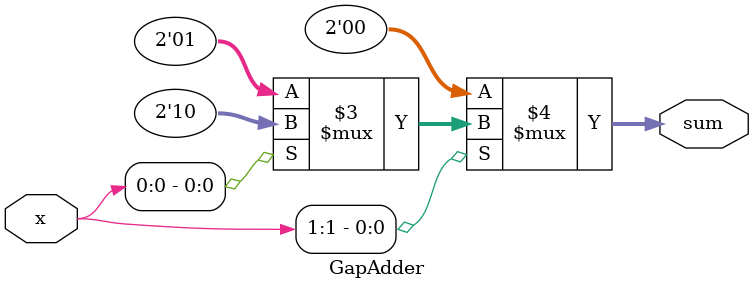
<source format=v>
`timescale 1ns / 1ps

/**
 * Add the up or left cell's value with the gap score.
 */
module GapAdder(
        x,      // input from left or up
        sum     // output sum of x and gap
    );
    
    input  [1:0] x;
    output [1:0] sum;
    
    /**
     * Gap is always -1 == 2'b11
     * 
     * Truth table:
     * 
     * x1 x0 g1 g0 | s1 s0
     * 0  0  1  1  | 0  0
     * 0  1  1  1  | 0  0
     * 1  0  1  1  | 0  1
     * 1  1  1  1  | 1  0
     * 
     * Result is zero if x[1] == 0
     */
    
    assign sum = x[1] == 0 ? 2'b00 : (x[0] == 0 ? 2'b01 : 2'b10);
    
endmodule
</source>
